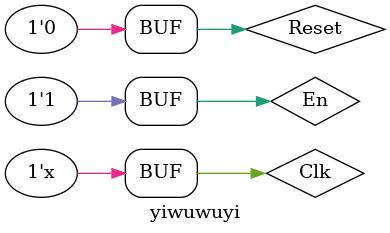
<source format=v>
`timescale 1ns / 1ps


module yiwuwuyi;

	// Inputs
	reg Clk;
	reg Reset;
	reg En;

	// Outputs
	wire [2:0] Output;
	wire Overflow;

	// Instantiate the Unit Under Test (UUT)
	gray uut (
		.Clk(Clk), 
		.Reset(Reset), 
		.En(En), 
		.Output(Output), 
		.Overflow(Overflow)
	);

	initial begin
		// Initialize Inputs
		Clk = 0;
		Reset = 0;
		En = 0;
		#10;
		En = 1;
		#100;
		Reset = 1;
		#10;
		Reset = 0;
	end
	
	always #10 Clk=~Clk;
	
      
endmodule


</source>
